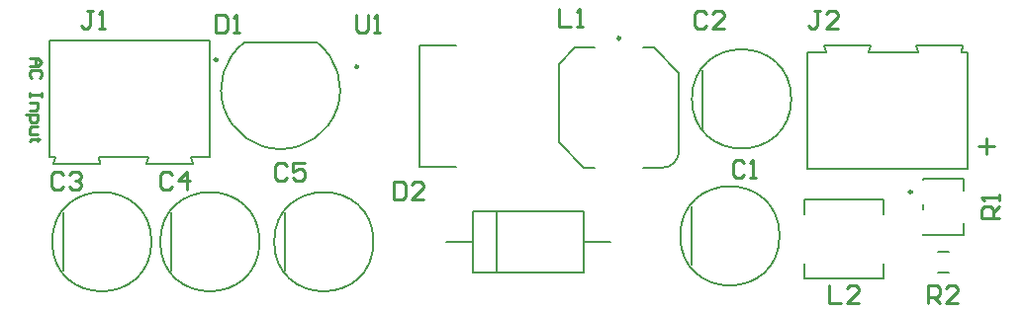
<source format=gto>
G04*
G04 #@! TF.GenerationSoftware,Altium Limited,Altium Designer,24.5.2 (23)*
G04*
G04 Layer_Color=65535*
%FSLAX44Y44*%
%MOMM*%
G71*
G04*
G04 #@! TF.SameCoordinates,94DAE4BB-7CB6-4CAD-B1A7-A745C2884CEA*
G04*
G04*
G04 #@! TF.FilePolarity,Positive*
G04*
G01*
G75*
%ADD10C,0.2500*%
%ADD11C,0.1500*%
%ADD12C,0.2000*%
%ADD13C,0.2540*%
D10*
X291800Y210050D02*
G03*
X291800Y210050I-1250J0D01*
G01*
X765750Y102500D02*
G03*
X765750Y102500I-1250J0D01*
G01*
X516250Y234500D02*
G03*
X516250Y234500I-1250J0D01*
G01*
X171450Y216000D02*
G03*
X171450Y216000I-1250J0D01*
G01*
D11*
X652500Y65000D02*
G03*
X652500Y65000I-42500J0D01*
G01*
X115000Y60000D02*
G03*
X115000Y60000I-42500J0D01*
G01*
X662500Y182500D02*
G03*
X662500Y182500I-42500J0D01*
G01*
X207500Y60000D02*
G03*
X207500Y60000I-42500J0D01*
G01*
X305000Y60000D02*
G03*
X305000Y60000I-42500J0D01*
G01*
D12*
X552000Y123500D02*
G03*
X566500Y138000I0J14500D01*
G01*
X194244Y230800D02*
G03*
X256756Y230800I31256J-40300D01*
G01*
X390000Y86500D02*
X485000D01*
Y33500D02*
Y86500D01*
X390000Y33500D02*
X485000D01*
X390000D02*
Y86500D01*
X367500Y60000D02*
X390000D01*
X485000D02*
X507500D01*
X410500Y35000D02*
Y85000D01*
X344350Y123950D02*
X375550D01*
X344350D02*
Y228050D01*
X375550D01*
X775000Y88000D02*
Y92000D01*
Y66000D02*
Y67000D01*
Y113000D02*
Y114000D01*
X810000D01*
Y104000D02*
Y114000D01*
Y66000D02*
Y76000D01*
X775000Y66000D02*
X810000D01*
X673880Y83395D02*
Y96120D01*
Y28880D02*
Y41605D01*
Y28880D02*
X741120D01*
Y83395D02*
Y96120D01*
Y28880D02*
Y41605D01*
X673880Y96120D02*
X741120D01*
X577250Y40000D02*
Y90000D01*
X788016Y51250D02*
X796984D01*
X788016Y33750D02*
X796984D01*
X39750Y35000D02*
Y85000D01*
X536000Y123500D02*
X552000D01*
X485000D02*
X494000D01*
X536000Y226500D02*
X545000D01*
X477500D02*
X494000D01*
X463500Y145000D02*
X485000Y123500D01*
X545000Y226500D02*
X566500Y205000D01*
X463500Y212500D02*
X477500Y226500D01*
X566500Y138000D02*
Y205000D01*
X463500Y145000D02*
Y212500D01*
X728900Y222500D02*
X770900D01*
X808300D02*
X813500D01*
X769700Y228500D02*
X770900Y222500D01*
X808300D02*
X809500Y228500D01*
X769700D02*
X809500D01*
X676500Y222500D02*
X692100D01*
X690600Y228500D02*
X692100Y222500D01*
X728900D02*
X730400Y228500D01*
X690600D02*
X730400D01*
X813500Y122500D02*
Y222500D01*
X676500Y122500D02*
X813500D01*
X676500D02*
Y222500D01*
X586750Y157500D02*
Y207500D01*
X70100Y132500D02*
X112100D01*
X27500D02*
X32700D01*
X70100D02*
X71300Y126500D01*
X31500D02*
X32700Y132500D01*
X31500Y126500D02*
X71300D01*
X148900Y132500D02*
X164500D01*
X148900D02*
X150400Y126500D01*
X110600D02*
X112100Y132500D01*
X110600Y126500D02*
X150400D01*
X27500Y132500D02*
Y232500D01*
X164500D01*
Y132500D02*
Y232500D01*
X194244Y230800D02*
X256756D01*
X132250Y35000D02*
Y85000D01*
X229250Y35000D02*
Y85000D01*
D13*
X10872Y217460D02*
X17537D01*
X20869Y214128D01*
X17537Y210795D01*
X10872D01*
X15871D01*
Y217460D01*
X19203Y200799D02*
X20869Y202465D01*
Y205797D01*
X19203Y207463D01*
X12538D01*
X10872Y205797D01*
Y202465D01*
X12538Y200799D01*
X20869Y187470D02*
Y184137D01*
Y185804D01*
X10872D01*
Y187470D01*
Y184137D01*
Y179139D02*
X17537D01*
Y174141D01*
X15871Y172474D01*
X10872D01*
X7540Y169142D02*
X17537D01*
Y164144D01*
X15871Y162478D01*
X12538D01*
X10872Y164144D01*
Y169142D01*
X17537Y159145D02*
X12538D01*
X10872Y157479D01*
Y152481D01*
X17537D01*
X19203Y147483D02*
X17537D01*
Y149149D01*
Y145816D01*
Y147483D01*
X12538D01*
X10872Y145816D01*
X322274Y111299D02*
Y96064D01*
X329892D01*
X332431Y98603D01*
Y108760D01*
X329892Y111299D01*
X322274D01*
X347666Y96064D02*
X337509D01*
X347666Y106221D01*
Y108760D01*
X345127Y111299D01*
X340048D01*
X337509Y108760D01*
X290524Y254809D02*
Y242113D01*
X293063Y239574D01*
X298141D01*
X300681Y242113D01*
Y254809D01*
X305759Y239574D02*
X310837D01*
X308298D01*
Y254809D01*
X305759Y252270D01*
X822540Y141705D02*
X835869D01*
X829204Y148369D02*
Y135040D01*
X39961Y117578D02*
X37422Y120118D01*
X32343D01*
X29804Y117578D01*
Y107422D01*
X32343Y104882D01*
X37422D01*
X39961Y107422D01*
X45039Y117578D02*
X47578Y120118D01*
X52657D01*
X55196Y117578D01*
Y115039D01*
X52657Y112500D01*
X50118D01*
X52657D01*
X55196Y109961D01*
Y107422D01*
X52657Y104882D01*
X47578D01*
X45039Y107422D01*
X170128Y254555D02*
Y239320D01*
X177745D01*
X180285Y241859D01*
Y252016D01*
X177745Y254555D01*
X170128D01*
X185363Y239320D02*
X190441D01*
X187902D01*
Y254555D01*
X185363Y252016D01*
X779804Y7383D02*
Y22617D01*
X787422D01*
X789961Y20078D01*
Y15000D01*
X787422Y12461D01*
X779804D01*
X784883D02*
X789961Y7383D01*
X805196D02*
X795039D01*
X805196Y17539D01*
Y20078D01*
X802657Y22617D01*
X797578D01*
X795039Y20078D01*
X840117Y79843D02*
X824883D01*
Y87461D01*
X827422Y90000D01*
X832500D01*
X835039Y87461D01*
Y79843D01*
Y84922D02*
X840117Y90000D01*
Y95078D02*
Y100157D01*
Y97618D01*
X824883D01*
X827422Y95078D01*
X694804Y22617D02*
Y7383D01*
X704961D01*
X720196D02*
X710039D01*
X720196Y17539D01*
Y20078D01*
X717657Y22617D01*
X712578D01*
X710039Y20078D01*
X463752Y259889D02*
Y244654D01*
X473909D01*
X478987D02*
X484065D01*
X481526D01*
Y259889D01*
X478987Y257350D01*
X687461Y257617D02*
X682383D01*
X684922D01*
Y244922D01*
X682383Y242383D01*
X679843D01*
X677304Y244922D01*
X702696Y242383D02*
X692539D01*
X702696Y252539D01*
Y255078D01*
X700157Y257617D01*
X695078D01*
X692539Y255078D01*
X65000Y257617D02*
X59922D01*
X62461D01*
Y244922D01*
X59922Y242382D01*
X57382D01*
X54843Y244922D01*
X70078Y242382D02*
X75157D01*
X72618D01*
Y257617D01*
X70078Y255078D01*
X230577Y124762D02*
X228037Y127301D01*
X222959D01*
X220420Y124762D01*
Y114605D01*
X222959Y112066D01*
X228037D01*
X230577Y114605D01*
X245812Y127301D02*
X235655D01*
Y119684D01*
X240733Y122223D01*
X243273D01*
X245812Y119684D01*
Y114605D01*
X243273Y112066D01*
X238194D01*
X235655Y114605D01*
X132461Y117578D02*
X129922Y120118D01*
X124843D01*
X122304Y117578D01*
Y107422D01*
X124843Y104882D01*
X129922D01*
X132461Y107422D01*
X145157Y104882D02*
Y120118D01*
X137539Y112500D01*
X147696D01*
X589961Y255078D02*
X587422Y257617D01*
X582343D01*
X579804Y255078D01*
Y244922D01*
X582343Y242383D01*
X587422D01*
X589961Y244922D01*
X605196Y242383D02*
X595039D01*
X605196Y252539D01*
Y255078D01*
X602657Y257617D01*
X597578D01*
X595039Y255078D01*
X622500Y127578D02*
X619961Y130118D01*
X614883D01*
X612343Y127578D01*
Y117422D01*
X614883Y114882D01*
X619961D01*
X622500Y117422D01*
X627578Y114882D02*
X632657D01*
X630118D01*
Y130118D01*
X627578Y127578D01*
M02*

</source>
